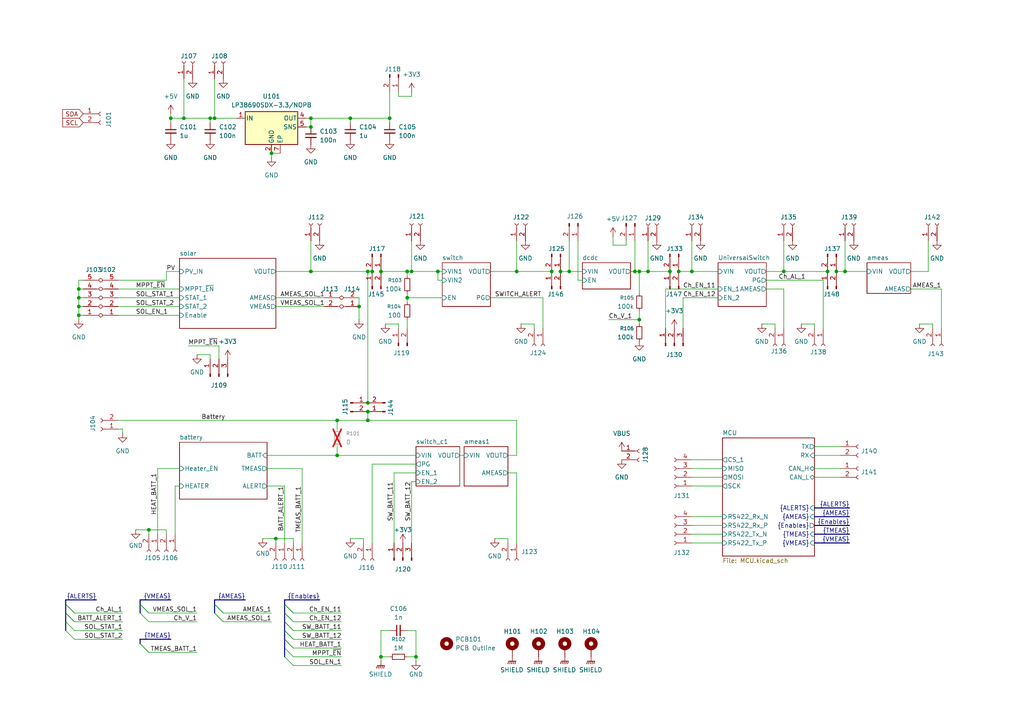
<source format=kicad_sch>
(kicad_sch (version 20250114) (generator "eeschema") (generator_version "9.0")
  (paper "A4")
  (bus_alias "ALERTS" (members "Ch_AL_[1..10]" "BATT_ALERT_[1..2]" "SOL_STAT_[1..2]"))
  (bus_alias "AMEAS" (members "AMEAS_SOL_[1..6]" "AMEAS_BATT_[1..2]" "AMEAS_5V_[1..2]" "AMEAS_BATT" "AMEAS_BUS" "AMEAS_[1..10]"))
  (bus_alias "Channels" (members "Channel_5V_[1..2]" "Channel_[1..6]" "Channel_12V_[1..2]"))
  (bus_alias "Enables" (members "SW_BATT" "SW_BUS" "Ch_EN_[1..2]" "Ch_EN_1[1..2]" "Ch_EN_2[1..2]" "Ch_EN_3[1..2]" "Ch_EN_4[1..2]" "Ch_EN_5[1..2]" "Ch_EN_6[1..2]" "Ch_EN_7x" "HEAT_BATT_[1..2]" "Ch_12V_EN_2[1..2]" "SW_BATT_1[1..2]" "SOL_TGGL_[1..3]" "SW_BATT_2[1..2]" "Ch_EN_8x" "Ch_EN_9[1..2]" "Ch_EN_10[1..2]" "MPPT_~{EN}" "SOL_EN_[1..6]"))
  (bus_alias "TMEAS" (members "TMEAS_SOL_[1..6]" "TMEAS_BATT_[1..2]" "TMEAS_Chr_[1..2]"))
  (bus_alias "VMEAS" (members "VMEAS_SOL_[1..6]" "VMEAS_BATT_[1..2]" "Ch_V_[1..8]"))
  (junction (at 97.79 121.92))
  (junction (at 90.17 78.74))
  (junction (at 90.17 34.29))
  (junction (at 185.42 78.74))
  (junction (at 160.02 78.74))
  (junction (at 240.03 78.74))
  (junction (at 149.86 78.74))
  (junction (at 22.86 91.44))
  (junction (at 185.42 92.71))
  (junction (at 107.95 78.74))
  (junction (at 119.38 78.74))
  (junction (at 184.15 78.74))
  (junction (at 60.96 34.29))
  (junction (at 245.11 78.74))
  (junction (at 22.86 88.9))
  (junction (at 196.85 78.74))
  (junction (at 118.11 78.74))
  (junction (at 227.33 78.74))
  (junction (at 194.31 78.74))
  (junction (at 106.68 78.74))
  (junction (at 80.01 156.21))
  (junction (at 22.86 83.82))
  (junction (at 53.34 34.29))
  (junction (at 165.1 78.74))
  (junction (at 78.74 44.45))
  (junction (at 106.68 121.92))
  (junction (at 162.56 78.74))
  (junction (at 90.17 36.83))
  (junction (at 200.66 78.74))
  (junction (at 110.49 78.74))
  (junction (at 120.65 190.5))
  (junction (at 187.96 78.74))
  (junction (at 110.49 190.5))
  (junction (at 101.6 34.29))
  (junction (at 106.68 116.84))
  (junction (at 104.14 88.9))
  (junction (at 118.11 86.36))
  (junction (at 43.18 153.67))
  (junction (at 106.68 119.38))
  (junction (at 62.23 34.29))
  (junction (at 113.03 34.29))
  (junction (at 242.57 78.74))
  (junction (at 127 78.74))
  (junction (at 22.86 86.36))
  (junction (at 49.53 34.29))
  (junction (at 97.79 132.08))
  (bus_entry (at 19.05 182.88) (size 2.54 2.54))
  (bus_entry (at 62.23 177.8) (size 2.54 2.54))
  (bus_entry (at 40.64 175.26) (size 2.54 2.54))
  (bus_entry (at 82.55 182.88) (size 2.54 2.54))
  (bus_entry (at 82.55 180.34) (size 2.54 2.54))
  (bus_entry (at 82.55 177.8) (size 2.54 2.54))
  (bus_entry (at 62.23 175.26) (size 2.54 2.54))
  (bus_entry (at 19.05 175.26) (size 2.54 2.54))
  (bus_entry (at 82.55 180.34) (size 2.54 2.54))
  (bus_entry (at 19.05 180.34) (size 2.54 2.54))
  (bus_entry (at 62.23 175.26) (size 2.54 2.54))
  (bus_entry (at 40.64 186.69) (size 2.54 2.54))
  (bus_entry (at 82.55 177.8) (size 2.54 2.54))
  (bus_entry (at 40.64 177.8) (size 2.54 2.54))
  (bus_entry (at 62.23 177.8) (size 2.54 2.54))
  (bus_entry (at 82.55 175.26) (size 2.54 2.54))
  (bus_entry (at 40.64 186.69) (size 2.54 2.54))
  (bus_entry (at 19.05 177.8) (size 2.54 2.54))
  (bus_entry (at 82.55 187.96) (size 2.54 2.54))
  (bus_entry (at 82.55 185.42) (size 2.54 2.54))
  (bus_entry (at 82.55 182.88) (size 2.54 2.54))
  (bus_entry (at 82.55 185.42) (size 2.54 2.54))
  (bus_entry (at 40.64 175.26) (size 2.54 2.54))
  (bus_entry (at 82.55 190.5) (size 2.54 2.54))
  (bus_entry (at 82.55 175.26) (size 2.54 2.54))
  (bus_entry (at 19.05 177.8) (size 2.54 2.54))
  (bus_entry (at 19.05 175.26) (size 2.54 2.54))
  (wire (pts (xy 220.98 93.98) (xy 224.79 93.98)))
  (wire (pts (xy 236.22 93.98) (xy 236.22 95.25)))
  (wire (pts (xy 22.86 83.82) (xy 22.86 81.28)))
  (wire (pts (xy 90.17 69.85) (xy 90.17 78.74)))
  (wire (pts (xy 270.51 93.98) (xy 270.51 95.25)))
  (wire (pts (xy 49.53 33.02) (xy 49.53 34.29)))
  (wire (pts (xy 34.29 121.92) (xy 97.79 121.92)))
  (wire (pts (xy 78.74 45.72) (xy 78.74 44.45)))
  (wire (pts (xy 22.86 88.9) (xy 24.13 88.9)))
  (wire (pts (xy 50.8 140.97) (xy 52.07 140.97)))
  (wire (pts (xy 227.33 83.82) (xy 227.33 95.25)))
  (wire (pts (xy 54.61 100.33) (xy 63.5 100.33)))
  (wire (pts (xy 22.86 88.9) (xy 22.86 86.36)))
  (wire (pts (xy 142.24 78.74) (xy 149.86 78.74)))
  (wire (pts (xy 88.9 34.29) (xy 90.17 34.29)))
  (wire (pts (xy 118.11 182.88) (xy 120.65 182.88)))
  (bus (pts (xy 19.05 180.34) (xy 19.05 182.88)))
  (bus (pts (xy 49.53 173.99) (xy 40.64 173.99)))
  (wire (pts (xy 118.11 190.5) (xy 120.65 190.5)))
  (wire (pts (xy 236.22 129.54) (xy 243.84 129.54)))
  (wire (pts (xy 167.64 69.85) (xy 167.64 81.28)))
  (wire (pts (xy 101.6 156.21) (xy 105.41 156.21)))
  (wire (pts (xy 187.96 78.74) (xy 194.31 78.74)))
  (wire (pts (xy 165.1 69.85) (xy 165.1 78.74)))
  (wire (pts (xy 97.79 129.54) (xy 97.79 132.08)))
  (wire (pts (xy 48.26 153.67) (xy 43.18 153.67)))
  (wire (pts (xy 113.03 26.67) (xy 113.03 34.29)))
  (wire (pts (xy 157.48 86.36) (xy 157.48 95.25)))
  (wire (pts (xy 185.42 85.09) (xy 185.42 78.74)))
  (bus (pts (xy 40.64 185.42) (xy 40.64 186.69)))
  (wire (pts (xy 200.66 138.43) (xy 209.55 138.43)))
  (wire (pts (xy 22.86 92.71) (xy 22.86 91.44)))
  (wire (pts (xy 48.26 154.94) (xy 48.26 153.67)))
  (wire (pts (xy 53.34 34.29) (xy 60.96 34.29)))
  (wire (pts (xy 34.29 81.28) (xy 48.26 81.28)))
  (bus (pts (xy 40.64 173.99) (xy 40.64 175.26)))
  (wire (pts (xy 154.94 93.98) (xy 154.94 95.25)))
  (wire (pts (xy 106.68 78.74) (xy 107.95 78.74)))
  (wire (pts (xy 222.25 81.28) (xy 238.76 81.28)))
  (wire (pts (xy 187.96 69.85) (xy 187.96 78.74)))
  (wire (pts (xy 200.66 157.48) (xy 209.55 157.48)))
  (wire (pts (xy 97.79 132.08) (xy 120.65 132.08)))
  (wire (pts (xy 269.24 69.85) (xy 269.24 78.74)))
  (wire (pts (xy 21.59 185.42) (xy 35.56 185.42)))
  (wire (pts (xy 85.09 156.21) (xy 85.09 157.48)))
  (wire (pts (xy 196.85 78.74) (xy 200.66 78.74)))
  (wire (pts (xy 162.56 78.74) (xy 165.1 78.74)))
  (wire (pts (xy 60.96 35.56) (xy 60.96 34.29)))
  (wire (pts (xy 87.63 135.89) (xy 87.63 157.48)))
  (wire (pts (xy 200.66 133.35) (xy 209.55 133.35)))
  (wire (pts (xy 97.79 121.92) (xy 106.68 121.92)))
  (wire (pts (xy 151.13 93.98) (xy 154.94 93.98)))
  (wire (pts (xy 185.42 92.71) (xy 185.42 90.17)))
  (wire (pts (xy 62.23 34.29) (xy 60.96 34.29)))
  (wire (pts (xy 22.86 83.82) (xy 24.13 83.82)))
  (wire (pts (xy 222.25 83.82) (xy 227.33 83.82)))
  (wire (pts (xy 77.47 132.08) (xy 97.79 132.08)))
  (wire (pts (xy 143.51 156.21) (xy 147.32 156.21)))
  (wire (pts (xy 119.38 78.74) (xy 127 78.74)))
  (wire (pts (xy 82.55 140.97) (xy 82.55 157.48)))
  (wire (pts (xy 118.11 86.36) (xy 128.27 86.36)))
  (wire (pts (xy 200.66 135.89) (xy 209.55 135.89)))
  (wire (pts (xy 184.15 69.85) (xy 184.15 78.74)))
  (wire (pts (xy 43.18 177.8) (xy 57.15 177.8)))
  (wire (pts (xy 147.32 132.08) (xy 149.86 132.08)))
  (wire (pts (xy 177.8 71.12) (xy 181.61 71.12)))
  (wire (pts (xy 62.23 22.86) (xy 62.23 34.29)))
  (wire (pts (xy 22.86 91.44) (xy 24.13 91.44)))
  (wire (pts (xy 165.1 78.74) (xy 168.91 78.74)))
  (wire (pts (xy 115.57 93.98) (xy 115.57 95.25)))
  (wire (pts (xy 80.01 86.36) (xy 93.98 86.36)))
  (wire (pts (xy 43.18 180.34) (xy 57.15 180.34)))
  (wire (pts (xy 43.18 189.23) (xy 57.15 189.23)))
  (bus (pts (xy 82.55 180.34) (xy 82.55 182.88)))
  (wire (pts (xy 222.25 78.74) (xy 227.33 78.74)))
  (wire (pts (xy 48.26 81.28) (xy 48.26 78.74)))
  (wire (pts (xy 34.29 88.9) (xy 52.07 88.9)))
  (wire (pts (xy 185.42 78.74) (xy 187.96 78.74)))
  (wire (pts (xy 200.66 149.86) (xy 209.55 149.86)))
  (wire (pts (xy 106.68 119.38) (xy 106.68 121.92)))
  (wire (pts (xy 35.56 125.73) (xy 35.56 124.46)))
  (wire (pts (xy 133.35 132.08) (xy 134.62 132.08)))
  (wire (pts (xy 114.3 137.16) (xy 114.3 157.48)))
  (bus (pts (xy 62.23 173.99) (xy 62.23 175.26)))
  (wire (pts (xy 90.17 36.83) (xy 88.9 36.83)))
  (wire (pts (xy 177.8 68.58) (xy 177.8 71.12)))
  (wire (pts (xy 147.32 137.16) (xy 149.86 137.16)))
  (wire (pts (xy 227.33 69.85) (xy 227.33 78.74)))
  (wire (pts (xy 200.66 78.74) (xy 208.28 78.74)))
  (bus (pts (xy 40.64 175.26) (xy 40.64 177.8)))
  (wire (pts (xy 80.01 88.9) (xy 93.98 88.9)))
  (wire (pts (xy 147.32 156.21) (xy 147.32 157.48)))
  (wire (pts (xy 77.47 135.89) (xy 87.63 135.89)))
  (wire (pts (xy 64.77 177.8) (xy 78.74 177.8)))
  (wire (pts (xy 106.68 121.92) (xy 149.86 121.92)))
  (wire (pts (xy 149.86 69.85) (xy 149.86 78.74)))
  (bus (pts (xy 82.55 173.99) (xy 92.71 173.99)))
  (wire (pts (xy 238.76 81.28) (xy 238.76 95.25)))
  (wire (pts (xy 49.53 34.29) (xy 53.34 34.29)))
  (wire (pts (xy 106.68 78.74) (xy 106.68 116.84)))
  (wire (pts (xy 269.24 78.74) (xy 264.16 78.74)))
  (wire (pts (xy 119.38 27.94) (xy 115.57 27.94)))
  (wire (pts (xy 49.53 35.56) (xy 49.53 34.29)))
  (wire (pts (xy 200.66 154.94) (xy 209.55 154.94)))
  (bus (pts (xy 82.55 185.42) (xy 82.55 187.96)))
  (wire (pts (xy 110.49 78.74) (xy 118.11 78.74)))
  (wire (pts (xy 43.18 153.67) (xy 43.18 154.94)))
  (wire (pts (xy 149.86 78.74) (xy 160.02 78.74)))
  (bus (pts (xy 19.05 175.26) (xy 19.05 177.8)))
  (wire (pts (xy 113.03 35.56) (xy 113.03 34.29)))
  (wire (pts (xy 85.09 185.42) (xy 99.06 185.42)))
  (wire (pts (xy 34.29 83.82) (xy 52.07 83.82)))
  (wire (pts (xy 22.86 91.44) (xy 22.86 88.9)))
  (wire (pts (xy 118.11 87.63) (xy 118.11 86.36)))
  (wire (pts (xy 193.04 83.82) (xy 208.28 83.82)))
  (wire (pts (xy 34.29 91.44) (xy 52.07 91.44)))
  (wire (pts (xy 266.7 93.98) (xy 270.51 93.98)))
  (wire (pts (xy 85.09 193.04) (xy 99.06 193.04)))
  (wire (pts (xy 273.05 83.82) (xy 273.05 95.25)))
  (wire (pts (xy 111.76 93.98) (xy 115.57 93.98)))
  (wire (pts (xy 198.12 86.36) (xy 198.12 95.25)))
  (wire (pts (xy 113.03 34.29) (xy 101.6 34.29)))
  (bus (pts (xy 82.55 177.8) (xy 82.55 180.34)))
  (wire (pts (xy 118.11 80.01) (xy 118.11 78.74)))
  (wire (pts (xy 53.34 22.86) (xy 53.34 34.29)))
  (wire (pts (xy 110.49 190.5) (xy 110.49 191.77)))
  (wire (pts (xy 107.95 134.62) (xy 107.95 157.48)))
  (wire (pts (xy 63.5 100.33) (xy 63.5 104.14)))
  (wire (pts (xy 185.42 93.98) (xy 185.42 92.71)))
  (wire (pts (xy 85.09 177.8) (xy 99.06 177.8)))
  (wire (pts (xy 97.79 121.92) (xy 97.79 124.46)))
  (bus (pts (xy 62.23 175.26) (xy 62.23 177.8)))
  (bus (pts (xy 236.22 157.48) (xy 246.38 157.48)))
  (bus (pts (xy 82.55 182.88) (xy 82.55 185.42)))
  (wire (pts (xy 198.12 86.36) (xy 208.28 86.36)))
  (wire (pts (xy 245.11 69.85) (xy 245.11 78.74)))
  (wire (pts (xy 115.57 27.94) (xy 115.57 26.67)))
  (wire (pts (xy 104.14 88.9) (xy 104.14 92.71)))
  (wire (pts (xy 90.17 34.29) (xy 90.17 36.83)))
  (wire (pts (xy 184.15 78.74) (xy 185.42 78.74)))
  (wire (pts (xy 236.22 138.43) (xy 243.84 138.43)))
  (wire (pts (xy 245.11 78.74) (xy 251.46 78.74)))
  (bus (pts (xy 62.23 173.99) (xy 71.12 173.99)))
  (wire (pts (xy 21.59 182.88) (xy 35.56 182.88)))
  (wire (pts (xy 90.17 34.29) (xy 101.6 34.29)))
  (wire (pts (xy 21.59 180.34) (xy 35.56 180.34)))
  (wire (pts (xy 85.09 187.96) (xy 99.06 187.96)))
  (wire (pts (xy 104.14 86.36) (xy 104.14 88.9)))
  (wire (pts (xy 85.09 156.21) (xy 80.01 156.21)))
  (wire (pts (xy 107.95 134.62) (xy 120.65 134.62)))
  (bus (pts (xy 236.22 154.94) (xy 246.38 154.94)))
  (wire (pts (xy 22.86 86.36) (xy 22.86 83.82)))
  (wire (pts (xy 22.86 86.36) (xy 24.13 86.36)))
  (wire (pts (xy 224.79 93.98) (xy 224.79 95.25)))
  (bus (pts (xy 19.05 177.8) (xy 19.05 180.34)))
  (wire (pts (xy 119.38 139.7) (xy 120.65 139.7)))
  (wire (pts (xy 149.86 121.92) (xy 149.86 132.08)))
  (wire (pts (xy 182.88 78.74) (xy 184.15 78.74)))
  (wire (pts (xy 118.11 92.71) (xy 118.11 95.25)))
  (wire (pts (xy 34.29 86.36) (xy 52.07 86.36)))
  (wire (pts (xy 114.3 137.16) (xy 120.65 137.16)))
  (wire (pts (xy 227.33 78.74) (xy 240.03 78.74)))
  (bus (pts (xy 82.55 187.96) (xy 82.55 190.5)))
  (bus (pts (xy 236.22 152.4) (xy 246.38 152.4)))
  (wire (pts (xy 85.09 182.88) (xy 99.06 182.88)))
  (wire (pts (xy 80.01 78.74) (xy 90.17 78.74)))
  (bus (pts (xy 19.05 173.99) (xy 19.05 175.26)))
  (wire (pts (xy 242.57 78.74) (xy 245.11 78.74)))
  (wire (pts (xy 64.77 180.34) (xy 78.74 180.34)))
  (wire (pts (xy 119.38 27.94) (xy 119.38 26.67)))
  (wire (pts (xy 78.74 44.45) (xy 81.28 44.45)))
  (wire (pts (xy 149.86 137.16) (xy 149.86 157.48)))
  (wire (pts (xy 232.41 93.98) (xy 236.22 93.98)))
  (wire (pts (xy 101.6 35.56) (xy 101.6 34.29)))
  (wire (pts (xy 120.65 190.5) (xy 120.65 191.77)))
  (wire (pts (xy 236.22 132.08) (xy 243.84 132.08)))
  (bus (pts (xy 82.55 175.26) (xy 82.55 177.8)))
  (wire (pts (xy 80.01 156.21) (xy 80.01 157.48)))
  (wire (pts (xy 21.59 177.8) (xy 35.56 177.8)))
  (wire (pts (xy 60.96 102.87) (xy 60.96 104.14)))
  (wire (pts (xy 22.86 81.28) (xy 24.13 81.28)))
  (wire (pts (xy 193.04 83.82) (xy 193.04 95.25)))
  (wire (pts (xy 45.72 135.89) (xy 45.72 154.94)))
  (bus (pts (xy 40.64 185.42) (xy 49.53 185.42)))
  (wire (pts (xy 273.05 83.82) (xy 264.16 83.82)))
  (wire (pts (xy 119.38 139.7) (xy 119.38 157.48)))
  (wire (pts (xy 200.66 152.4) (xy 209.55 152.4)))
  (wire (pts (xy 236.22 135.89) (xy 243.84 135.89)))
  (wire (pts (xy 200.66 140.97) (xy 209.55 140.97)))
  (wire (pts (xy 127 81.28) (xy 128.27 81.28)))
  (wire (pts (xy 90.17 78.74) (xy 106.68 78.74)))
  (wire (pts (xy 50.8 140.97) (xy 50.8 154.94)))
  (wire (pts (xy 119.38 78.74) (xy 118.11 78.74)))
  (wire (pts (xy 35.56 124.46) (xy 34.29 124.46)))
  (wire (pts (xy 85.09 190.5) (xy 99.06 190.5)))
  (wire (pts (xy 176.53 92.71) (xy 185.42 92.71)))
  (bus (pts (xy 236.22 149.86) (xy 246.38 149.86)))
  (wire (pts (xy 45.72 135.89) (xy 52.07 135.89)))
  (wire (pts (xy 62.23 34.29) (xy 68.58 34.29)))
  (bus (pts (xy 82.55 173.99) (xy 82.55 175.26)))
  (bus (pts (xy 236.22 147.32) (xy 246.38 147.32)))
  (wire (pts (xy 113.03 182.88) (xy 110.49 182.88)))
  (wire (pts (xy 48.26 78.74) (xy 52.07 78.74)))
  (wire (pts (xy 77.47 140.97) (xy 82.55 140.97)))
  (wire (pts (xy 167.64 81.28) (xy 168.91 81.28)))
  (wire (pts (xy 85.09 180.34) (xy 99.06 180.34)))
  (wire (pts (xy 76.2 156.21) (xy 80.01 156.21)))
  (bus (pts (xy 19.05 173.99) (xy 27.94 173.99)))
  (wire (pts (xy 120.65 182.88) (xy 120.65 190.5)))
  (wire (pts (xy 113.03 190.5) (xy 110.49 190.5)))
  (wire (pts (xy 119.38 69.85) (xy 119.38 78.74)))
  (wire (pts (xy 118.11 85.09) (xy 118.11 86.36)))
  (wire (pts (xy 127 78.74) (xy 128.27 78.74)))
  (wire (pts (xy 39.37 153.67) (xy 43.18 153.67)))
  (wire (pts (xy 142.24 86.36) (xy 157.48 86.36)))
  (wire (pts (xy 105.41 156.21) (xy 105.41 157.48)))
  (wire (pts (xy 127 78.74) (xy 127 81.28)))
  (wire (pts (xy 57.15 102.87) (xy 60.96 102.87)))
  (wire (pts (xy 200.66 69.85) (xy 200.66 78.74)))
  (wire (pts (xy 110.49 182.88) (xy 110.49 190.5)))
  (wire (pts (xy 181.61 69.85) (xy 181.61 71.12)))
  (label "SOL_EN_1" (at 99.06 193.04 180))
  (label "Ch_V_1" (at 176.53 92.71 0))
  (label "SWITCH_ALERT" (at 143.51 86.36 0))
  (label "{VMEAS}" (at 246.38 157.48 180))
  (label "SOL_STAT_2" (at 35.56 185.42 180))
  (label "Ch_EN_11" (at 198.12 83.82 0))
  (label "SW_BATT_12" (at 119.38 139.7 270))
  (label "TMEAS_BATT_1" (at 87.63 140.97 270))
  (label "SW_BATT_11" (at 114.3 139.7 270))
  (label "{TMEAS}" (at 246.38 154.94 180))
  (label "SOL_EN_1" (at 39.37 91.44 0))
  (label "{Enables}" (at 92.71 173.99 180))
  (label "{ALERTS}" (at 27.94 173.99 180))
  (label "Ch_EN_12" (at 198.12 86.36 0))
  (label "VMEAS_SOL_1" (at 57.15 177.8 180))
  (label "Ch_EN_12" (at 99.06 180.34 180))
  (label "SW_BATT_12" (at 99.06 185.42 180))
  (label "AMEAS_1" (at 273.05 83.82 180))
  (label "Ch_AL_1" (at 233.68 81.28 180))
  (label "SW_BATT_11" (at 99.06 182.88 180))
  (label "{AMEAS}" (at 71.12 173.99 180))
  (label "VMEAS_SOL_1" (at 81.28 88.9 0))
  (label "Ch_V_1" (at 57.15 180.34 180))
  (label "{Enables}" (at 246.38 152.4 180))
  (label "Ch_EN_11" (at 99.06 177.8 180))
  (label "AMEAS_SOL_1" (at 81.28 86.36 0))
  (label "{TMEAS}" (at 49.53 185.42 180))
  (label "SOL_STAT_1" (at 35.56 182.88 180))
  (label "AMEAS_1" (at 78.74 177.8 180))
  (label "BATT_ALERT_1" (at 35.56 180.34 180))
  (label "BATT_ALERT_1" (at 82.55 140.97 270))
  (label "MPPT_~{EN}" (at 39.37 83.82 0))
  (label "AMEAS_SOL_1" (at 78.74 180.34 180))
  (label "HEAT_BATT_1" (at 99.06 187.96 180))
  (label "{ALERTS}" (at 246.38 147.32 180))
  (label "{VMEAS}" (at 49.53 173.99 180))
  (label "Ch_AL_1" (at 35.56 177.8 180))
  (label "{AMEAS}" (at 246.38 149.86 180))
  (label "MPPT_~{EN}" (at 54.61 100.33 0))
  (label "Battery" (at 58.42 121.92 0))
  (label "PV" (at 48.26 78.74 0))
  (label "TMEAS_BATT_1" (at 57.15 189.23 180))
  (label "MPPT_~{EN}" (at 99.06 190.5 180))
  (label "HEAT_BATT_1" (at 45.72 137.16 270))
  (label "SOL_STAT_1" (at 39.37 86.36 0))
  (label "SOL_STAT_2" (at 39.37 88.9 0))
  (global_label "SDA" (shape input) (at 24.13 33.02 180) (property "Intersheetrefs" "${INTERSHEET_REFS}" (effects (hide yes))) (property "Netclass" "I2C" (effects (hide yes))))
  (global_label "SCL" (shape input) (at 24.13 35.56 180) (property "Intersheetrefs" "${INTERSHEET_REFS}" (effects (hide yes))) (property "Netclass" "I2C" (effects (hide yes))))
  (symbol (lib_id "Connector:Conn_01x02_Pin") (at 107.95 83.82 90) (unit 1)
    (property "Reference" "J145" (at 111.506 85.344 90) (effects (justify left)))
    (property "Value" "Conn_01x02_Pin" (effects (hide yes)))
    (property "Footprint" "Connector_PinHeader_2.54mm:PinHeader_1x02_P2.54mm_Vertical" (effects (hide yes)))
    (property "Description" "Generic connector, single row, 01x02, script generated" (effects (hide yes)))
  )
  (symbol (lib_id "Device:R_Small") (at 97.79 127 0) (unit 1) (dnp yes)
    (property "Reference" "R101" (at 100.33 125.7299 0) (effects (font (size 1.016 1.016)) (justify left)))
    (property "Value" "0" (at 100.33 128.2699 0) (effects (justify left)))
    (property "Footprint" "Resistor_SMD:R_1210_3225Metric_Pad1.30x2.65mm_HandSolder" (effects (hide yes)))
    (property "Description" "Resistor, small symbol" (effects (hide yes)))
  )
  (symbol (lib_id "Connector:Conn_01x02_Pin") (at 167.64 64.77 270) (unit 1)
    (property "Reference" "J126" (at 164.338 62.738 90) (effects (justify left)))
    (property "Value" "Conn_01x02_Pin" (effects (hide yes)))
    (property "Footprint" "Connector_PinHeader_2.54mm:PinHeader_1x02_P2.54mm_Vertical" (effects (hide yes)))
    (property "Description" "Generic connector, single row, 01x02, script generated" (effects (hide yes)))
  )
  (symbol (lib_id "Connector:Conn_01x02_Pin") (at 194.31 83.82 90) (unit 1)
    (property "Reference" "J147" (at 197.866 85.344 90) (effects (justify left)))
    (property "Value" "Conn_01x02_Pin" (effects (hide yes)))
    (property "Footprint" "Connector_PinHeader_2.54mm:PinHeader_1x02_P2.54mm_Vertical" (effects (hide yes)))
    (property "Description" "Generic connector, single row, 01x02, script generated" (effects (hide yes)))
  )
  (symbol (lib_id "power:GND") (at 220.98 93.98 0) (unit 1)
    (property "Reference" "#PWR0139" (effects (hide yes)))
    (property "Value" "GND" (at 220.98 99.06 0))
    (property "Description" "Power symbol creates a global label with name \"GND\" , ground" (effects (hide yes)))
  )
  (symbol (lib_id "Mechanical:MountingHole_Pad") (at 156.21 187.96 0) (unit 1) (in_bom no)
    (property "Reference" "H102" (at 153.67 183.134 0) (effects (justify left)))
    (property "Value" "MountingHole" (effects (hide yes)))
    (property "Footprint" "MountingHole:MountingHole_3.2mm_M3_Pad_TopBottom" (effects (hide yes)))
    (property "Description" "Mounting Hole with connection" (effects (hide yes)))
  )
  (symbol (lib_id "Connector:Conn_01x02_Socket") (at 45.72 160.02 270) (unit 1)
    (property "Reference" "J105" (at 44.196 161.798 90))
    (property "Value" "Conn_01x02_Socket" (effects (hide yes)))
    (property "Footprint" "Connector_PinSocket_2.54mm:PinSocket_1x02_P2.54mm_Vertical" (effects (hide yes)))
    (property "Description" "Generic connector, single row, 01x02, script generated" (effects (hide yes)))
  )
  (symbol (lib_id "Connector:Conn_01x02_Socket") (at 149.86 64.77 90) (unit 1)
    (property "Reference" "J122" (at 151.13 62.992 90))
    (property "Value" "Conn_01x02_Socket" (effects (hide yes)))
    (property "Footprint" "Connector_PinSocket_2.54mm:PinSocket_1x02_P2.54mm_Vertical" (effects (hide yes)))
    (property "Description" "Generic connector, single row, 01x02, script generated" (effects (hide yes)))
  )
  (symbol (lib_id "power:GND") (at 55.88 22.86 0) (unit 1)
    (property "Reference" "#PWR0106" (effects (hide yes)))
    (property "Value" "GND" (at 55.88 27.94 0))
    (property "Description" "Power symbol creates a global label with name \"GND\" , ground" (effects (hide yes)))
  )
  (symbol (lib_id "Connector:Conn_01x02_Socket") (at 99.06 88.9 180) (unit 1)
    (property "Reference" "J114" (at 102.108 83.82 0))
    (property "Value" "Conn_01x02_Socket" (effects (hide yes)))
    (property "Footprint" "Connector_PinSocket_2.54mm:PinSocket_1x02_P2.54mm_Vertical" (effects (hide yes)))
    (property "Description" "Generic connector, single row, 01x02, script generated" (effects (hide yes)))
  )
  (symbol (lib_id "Connector:Conn_01x02_Socket") (at 187.96 64.77 90) (unit 1)
    (property "Reference" "J129" (at 191.77 63.246 90) (effects (justify left)))
    (property "Value" "Conn_01x02_Socket" (effects (hide yes)))
    (property "Footprint" "Connector_PinSocket_2.54mm:PinSocket_1x02_P2.54mm_Vertical" (effects (hide yes)))
    (property "Description" "Generic connector, single row, 01x02, script generated" (effects (hide yes)))
  )
  (symbol (lib_id "Connector:Conn_01x04_Socket") (at 195.58 138.43 180) (unit 1)
    (property "Reference" "J131" (at 200.152 143.764 0) (effects (justify left)))
    (property "Value" "Conn_01x04_Socket" (effects (hide yes)))
    (property "Footprint" "Connector_PinSocket_2.54mm:PinSocket_1x04_P2.54mm_Vertical" (effects (hide yes)))
    (property "Description" "Generic connector, single row, 01x04, script generated" (effects (hide yes)))
  )
  (symbol (lib_id "Connector:Conn_01x02_Pin") (at 196.85 73.66 270) (unit 1)
    (property "Reference" "J133" (at 193.294 72.136 90) (effects (justify left)))
    (property "Value" "Conn_01x02_Pin" (effects (hide yes)))
    (property "Footprint" "Connector_PinHeader_2.54mm:PinHeader_1x02_P2.54mm_Vertical" (effects (hide yes)))
    (property "Description" "Generic connector, single row, 01x02, script generated" (effects (hide yes)))
  )
  (symbol (lib_id "Connector:Conn_01x04_Socket") (at 195.58 154.94 180) (unit 1)
    (property "Reference" "J132" (at 200.152 160.274 0) (effects (justify left)))
    (property "Value" "Conn_01x04_Socket" (effects (hide yes)))
    (property "Footprint" "Connector_PinSocket_2.54mm:PinSocket_1x04_P2.54mm_Vertical" (effects (hide yes)))
    (property "Description" "Generic connector, single row, 01x04, script generated" (effects (hide yes)))
  )
  (symbol (lib_id "Mechanical:MountingHole_Pad") (at 171.45 187.96 0) (unit 1) (in_bom no)
    (property "Reference" "H104" (at 168.91 183.134 0) (effects (justify left)))
    (property "Value" "MountingHole" (effects (hide yes)))
    (property "Footprint" "MountingHole:MountingHole_3.2mm_M3_Pad_TopBottom" (effects (hide yes)))
    (property "Description" "Mounting Hole with connection" (effects (hide yes)))
  )
  (symbol (lib_id "Device:C_Small") (at 113.03 38.1 0) (unit 1)
    (property "Reference" "C105" (at 115.57 36.8362 0) (effects (justify left)))
    (property "Value" "100n" (at 115.57 39.3762 0) (effects (justify left)))
    (property "Footprint" "Capacitor_SMD:C_0603_1608Metric_Pad1.08x0.95mm_HandSolder" (effects (hide yes)))
    (property "Description" "Unpolarized capacitor, small symbol" (effects (hide yes)))
  )
  (symbol (lib_id "Connector:Conn_01x02_Socket") (at 29.21 124.46 180) (unit 1)
    (property "Reference" "J104" (at 26.924 120.396 90) (effects (justify left)))
    (property "Value" "Conn_01x02_Socket" (effects (hide yes)))
    (property "Footprint" "Connector_PinSocket_2.54mm:PinSocket_1x02_P2.54mm_Vertical" (effects (hide yes)))
    (property "Description" "Generic connector, single row, 01x02, script generated" (effects (hide yes)))
  )
  (symbol (lib_id "power:GND") (at 64.77 22.86 0) (unit 1)
    (property "Reference" "#PWR0109" (effects (hide yes)))
    (property "Value" "GND" (at 64.77 27.94 0))
    (property "Description" "Power symbol creates a global label with name \"GND\" , ground" (effects (hide yes)))
  )
  (symbol (lib_id "power:+3V3") (at 116.84 157.48 0) (unit 1)
    (property "Reference" "#PWR0121" (effects (hide yes)))
    (property "Value" "+3V3" (at 116.84 153.67 0))
    (property "Description" "Power symbol creates a global label with name \"+3V3\"" (effects (hide yes)))
  )
  (symbol (lib_id "power:GND") (at 120.65 191.77 0) (unit 1)
    (property "Reference" "#PWR0123" (effects (hide yes)))
    (property "Value" "GND" (at 120.65 195.58 0))
    (property "Description" "Power symbol creates a global label with name \"GND\" , ground" (effects (hide yes)))
  )
  (symbol (lib_id "power:GND") (at 113.03 40.64 0) (unit 1)
    (property "Reference" "#PWR0120" (effects (hide yes)))
    (property "Value" "GND" (at 113.03 45.72 0))
    (property "Description" "Power symbol creates a global label with name \"GND\" , ground" (effects (hide yes)))
  )
  (symbol (lib_id "Connector:Conn_01x02_Socket") (at 149.86 162.56 270) (unit 1)
    (property "Reference" "J123" (at 151.13 160.02 90) (effects (justify left)))
    (property "Value" "Conn_01x02_Socket" (effects (hide yes)))
    (property "Footprint" "Connector_PinSocket_2.54mm:PinSocket_1x02_P2.54mm_Vertical" (effects (hide yes)))
    (property "Description" "Generic connector, single row, 01x02, script generated" (effects (hide yes)))
  )
  (symbol (lib_id "Device:R_Small") (at 118.11 90.17 0) (unit 1)
    (property "Reference" "R104" (at 116.332 88.9 0) (effects (font (size 1.016 1.016)) (justify right)))
    (property "Value" "100" (at 116.332 91.44 0) (effects (justify right)))
    (property "Footprint" "Resistor_SMD:R_0603_1608Metric_Pad0.98x0.95mm_HandSolder" (effects (hide yes)))
    (property "Description" "Resistor, small symbol" (effects (hide yes)))
  )
  (symbol (lib_id "Device:R_Small") (at 118.11 82.55 0) (unit 1)
    (property "Reference" "R103" (at 116.586 81.28 0) (effects (font (size 1.016 1.016)) (justify right)))
    (property "Value" "100k" (at 116.586 83.82 0) (effects (justify right)))
    (property "Footprint" "Resistor_SMD:R_0603_1608Metric_Pad0.98x0.95mm_HandSolder" (effects (hide yes)))
    (property "Description" "Resistor, small symbol" (effects (hide yes)))
  )
  (symbol (lib_id "Connector:Conn_01x02_Socket") (at 273.05 100.33 270) (unit 1)
    (property "Reference" "J143" (at 268.986 102.616 90) (effects (justify left)))
    (property "Value" "Conn_01x02_Socket" (effects (hide yes)))
    (property "Footprint" "Connector_PinSocket_2.54mm:PinSocket_1x02_P2.54mm_Vertical" (effects (hide yes)))
    (property "Description" "Generic connector, single row, 01x02, script generated" (effects (hide yes)))
  )
  (symbol (lib_id "power:GND") (at 180.34 133.35 0) (unit 1)
    (property "Reference" "#PWR0134" (effects (hide yes)))
    (property "Value" "GND" (at 180.34 138.43 0))
    (property "Description" "Power symbol creates a global label with name \"GND\" , ground" (effects (hide yes)))
  )
  (symbol (lib_id "power:GND") (at 35.56 125.73 0) (unit 1)
    (property "Reference" "#PWR0102" (effects (hide yes)))
    (property "Value" "GND" (at 35.56 130.81 0))
    (property "Description" "Power symbol creates a global label with name \"GND\" , ground" (effects (hide yes)))
  )
  (symbol (lib_id "Connector:Conn_01x02_Socket") (at 99.06 86.36 0) (unit 1)
    (property "Reference" "J113" (at 95.758 83.82 0))
    (property "Value" "Conn_01x02_Socket" (effects (hide yes)))
    (property "Footprint" "Connector_PinSocket_2.54mm:PinSocket_1x02_P2.54mm_Vertical" (effects (hide yes)))
    (property "Description" "Generic connector, single row, 01x02, script generated" (effects (hide yes)))
  )
  (symbol (lib_id "Connector:Conn_01x02_Socket") (at 245.11 64.77 90) (unit 1)
    (property "Reference" "J139" (at 248.666 62.992 90) (effects (justify left)))
    (property "Value" "Conn_01x02_Socket" (effects (hide yes)))
    (property "Footprint" "Connector_PinSocket_2.54mm:PinSocket_1x02_P2.54mm_Vertical" (effects (hide yes)))
    (property "Description" "Generic connector, single row, 01x02, script generated" (effects (hide yes)))
  )
  (symbol (lib_id "Device:C_Small") (at 90.17 39.37 0) (unit 1)
    (property "Reference" "C103" (at 92.71 38.1062 0) (effects (justify left)))
    (property "Value" "100n" (at 92.71 40.6462 0) (effects (justify left)))
    (property "Footprint" "Capacitor_SMD:C_0603_1608Metric_Pad1.08x0.95mm_HandSolder" (effects (hide yes)))
    (property "Description" "Unpolarized capacitor, small symbol" (effects (hide yes)))
  )
  (symbol (lib_id "Connector:Conn_01x02_Socket") (at 82.55 162.56 270) (unit 1)
    (property "Reference" "J110" (at 81.026 164.338 90))
    (property "Value" "Conn_01x02_Socket" (effects (hide yes)))
    (property "Footprint" "Connector_PinSocket_2.54mm:PinSocket_1x02_P2.54mm_Vertical" (effects (hide yes)))
    (property "Description" "Generic connector, single row, 01x02, script generated" (effects (hide yes)))
  )
  (symbol (lib_id "Connector:Conn_01x02_Socket") (at 90.17 64.77 90) (unit 1)
    (property "Reference" "J112" (at 91.694 62.992 90))
    (property "Value" "Conn_01x02_Socket" (effects (hide yes)))
    (property "Footprint" "Connector_PinSocket_2.54mm:PinSocket_1x02_P2.54mm_Vertical" (effects (hide yes)))
    (property "Description" "Generic connector, single row, 01x02, script generated" (effects (hide yes)))
  )
  (symbol (lib_id "Connector:Conn_01x02_Socket") (at 227.33 64.77 90) (unit 1)
    (property "Reference" "J135" (at 231.14 62.992 90) (effects (justify left)))
    (property "Value" "Conn_01x02_Socket" (effects (hide yes)))
    (property "Footprint" "Connector_PinSocket_2.54mm:PinSocket_1x02_P2.54mm_Vertical" (effects (hide yes)))
    (property "Description" "Generic connector, single row, 01x02, script generated" (effects (hide yes)))
  )
  (symbol (lib_id "power:GND") (at 247.65 69.85 0) (unit 1)
    (property "Reference" "#PWR0142" (effects (hide yes)))
    (property "Value" "GND" (at 247.65 74.93 0))
    (property "Description" "Power symbol creates a global label with name \"GND\" , ground" (effects (hide yes)))
  )
  (symbol (lib_id "Connector:Conn_01x02_Socket") (at 185.42 130.81 0) (unit 1)
    (property "Reference" "J128" (at 187.198 134.366 90) (effects (justify left)))
    (property "Value" "Conn_01x02_Socket" (effects (hide yes)))
    (property "Footprint" "Connector_PinSocket_2.54mm:PinSocket_1x02_P2.54mm_Vertical" (effects (hide yes)))
    (property "Description" "Generic connector, single row, 01x02, script generated" (effects (hide yes)))
  )
  (symbol (lib_id "Connector:Conn_01x02_Socket") (at 157.48 100.33 270) (unit 1)
    (property "Reference" "J124" (at 153.67 102.362 90) (effects (justify left)))
    (property "Value" "Conn_01x02_Socket" (effects (hide yes)))
    (property "Footprint" "Connector_PinSocket_2.54mm:PinSocket_1x02_P2.54mm_Vertical" (effects (hide yes)))
    (property "Description" "Generic connector, single row, 01x02, script generated" (effects (hide yes)))
  )
  (symbol (lib_id "Device:R_Small") (at 115.57 190.5 90) (unit 1)
    (property "Reference" "R102" (at 115.57 185.42 90) (effects (font (size 1.016 1.016))))
    (property "Value" "1M" (at 115.57 187.96 90))
    (property "Footprint" "Resistor_SMD:R_0603_1608Metric_Pad0.98x0.95mm_HandSolder" (effects (hide yes)))
    (property "Description" "Resistor, small symbol" (effects (hide yes)))
  )
  (symbol (lib_id "power:+5V") (at 49.53 33.02 0) (unit 1)
    (property "Reference" "#PWR0104" (effects (hide yes)))
    (property "Value" "+5V" (at 49.53 27.94 0))
    (property "Description" "Power symbol creates a global label with name \"+5V\"" (effects (hide yes)))
  )
  (symbol (lib_id "Regulator_Linear:LP38691SD-3.3") (at 78.74 36.83 0) (unit 1)
    (property "Reference" "U101" (at 78.74 27.94 0))
    (property "Value" "LP38690SDX-3.3/NOPB" (at 78.74 30.48 0))
    (property "Footprint" "Package_SON:WSON-6-1EP_3x3mm_P0.95mm" (effects (hide yes)))
    (property "Datasheet" "https://www.ti.com/lit/ds/symlink/lp38692.pdf?ts=1760601137065&ref_url=https%253A%252F%252Fwww.mouser.co.uk%252F" (effects (hide yes)))
    (property "Description" "500-mA Low-Dropout CMOS Linear Regulators Stable With Ceramic Output Capacitors, 3.3V output voltage, WSON-6" (effects (hide yes)))
  )
  (symbol (lib_id "Device:C_Small") (at 49.53 38.1 0) (unit 1)
    (property "Reference" "C101" (at 52.07 36.8362 0) (effects (justify left)))
    (property "Value" "1u" (at 52.07 39.3762 0) (effects (justify left)))
    (property "Footprint" "Capacitor_SMD:C_0603_1608Metric_Pad1.08x0.95mm_HandSolder" (effects (hide yes)))
    (property "Description" "Unpolarized capacitor, small symbol" (effects (hide yes)))
  )
  (symbol (lib_id "Connector:Conn_01x02_Pin") (at 101.6 116.84 0) (unit 1)
    (property "Reference" "J115" (at 100.076 120.396 90) (effects (justify left)))
    (property "Value" "Conn_01x02_Pin" (effects (hide yes)))
    (property "Footprint" "Connector_PinHeader_2.54mm:PinHeader_1x02_P2.54mm_Vertical" (effects (hide yes)))
    (property "Description" "Generic connector, single row, 01x02, script generated" (effects (hide yes)))
  )
  (symbol (lib_id "power:GNDPWR") (at 156.21 190.5 0) (unit 1)
    (property "Reference" "#PWR0129" (effects (hide yes)))
    (property "Value" "SHIELD" (at 156.083 194.31 0))
    (property "Description" "Power symbol creates a global label with name \"GNDPWR\" , global ground" (effects (hide yes)))
  )
  (symbol (lib_id "power:GND") (at 76.2 156.21 0) (unit 1)
    (property "Reference" "#PWR0111" (effects (hide yes)))
    (property "Value" "GND" (at 74.168 160.528 0) (effects (justify left)))
    (property "Description" "Power symbol creates a global label with name \"GND\" , ground" (effects (hide yes)))
  )
  (symbol (lib_id "Connector:Conn_01x02_Pin") (at 160.02 83.82 90) (unit 1)
    (property "Reference" "J146" (at 163.576 85.344 90) (effects (justify left)))
    (property "Value" "Conn_01x02_Pin" (effects (hide yes)))
    (property "Footprint" "Connector_PinHeader_2.54mm:PinHeader_1x02_P2.54mm_Vertical" (effects (hide yes)))
    (property "Description" "Generic connector, single row, 01x02, script generated" (effects (hide yes)))
  )
  (symbol (lib_id "power:+3V3") (at 119.38 26.67 0) (unit 1)
    (property "Reference" "#PWR0122" (effects (hide yes)))
    (property "Value" "+3V3" (at 119.38 21.59 0))
    (property "Description" "Power symbol creates a global label with name \"+3V3\"" (effects (hide yes)))
  )
  (symbol (lib_id "power:GND") (at 229.87 69.85 0) (unit 1)
    (property "Reference" "#PWR0140" (effects (hide yes)))
    (property "Value" "GND" (at 229.87 74.93 0))
    (property "Description" "Power symbol creates a global label with name \"GND\" , ground" (effects (hide yes)))
  )
  (symbol (lib_id "Connector:Conn_01x02_Socket") (at 53.34 17.78 90) (unit 1)
    (property "Reference" "J107" (at 57.15 16.256 90) (effects (justify left)))
    (property "Value" "Conn_01x02_Socket" (effects (hide yes)))
    (property "Footprint" "Connector_PinSocket_2.54mm:PinSocket_1x02_P2.54mm_Vertical" (effects (hide yes)))
    (property "Description" "Generic connector, single row, 01x02, script generated" (effects (hide yes)))
  )
  (symbol (lib_id "Connector:Conn_01x02_Socket") (at 269.24 64.77 90) (unit 1)
    (property "Reference" "J142" (at 272.796 62.992 90) (effects (justify left)))
    (property "Value" "Conn_01x02_Socket" (effects (hide yes)))
    (property "Footprint" "Connector_PinSocket_2.54mm:PinSocket_1x02_P2.54mm_Vertical" (effects (hide yes)))
    (property "Description" "Generic connector, single row, 01x02, script generated" (effects (hide yes)))
  )
  (symbol (lib_id "Device:C_Small") (at 101.6 38.1 0) (unit 1)
    (property "Reference" "C104" (at 104.14 36.8362 0) (effects (justify left)))
    (property "Value" "1u" (at 104.14 39.3762 0) (effects (justify left)))
    (property "Footprint" "Capacitor_SMD:C_0603_1608Metric_Pad1.08x0.95mm_HandSolder" (effects (hide yes)))
    (property "Description" "Unpolarized capacitor, small symbol" (effects (hide yes)))
  )
  (symbol (lib_id "power:GND") (at 60.96 40.64 0) (unit 1)
    (property "Reference" "#PWR0108" (effects (hide yes)))
    (property "Value" "GND" (at 60.96 45.72 0))
    (property "Description" "Power symbol creates a global label with name \"GND\" , ground" (effects (hide yes)))
  )
  (symbol (lib_id "Connector:Conn_01x02_Socket") (at 62.23 17.78 90) (unit 1)
    (property "Reference" "J108" (at 66.04 16.256 90) (effects (justify left)))
    (property "Value" "Conn_01x02_Socket" (effects (hide yes)))
    (property "Footprint" "Connector_PinSocket_2.54mm:PinSocket_1x02_P2.54mm_Vertical" (effects (hide yes)))
    (property "Description" "Generic connector, single row, 01x02, script generated" (effects (hide yes)))
  )
  (symbol (lib_id "power:GND") (at 271.78 69.85 0) (unit 1)
    (property "Reference" "#PWR0144" (effects (hide yes)))
    (property "Value" "GND" (at 271.78 74.93 0))
    (property "Description" "Power symbol creates a global label with name \"GND\" , ground" (effects (hide yes)))
  )
  (symbol (lib_id "power:GND") (at 232.41 93.98 0) (unit 1)
    (property "Reference" "#PWR0141" (effects (hide yes)))
    (property "Value" "GND" (at 232.41 99.06 0))
    (property "Description" "Power symbol creates a global label with name \"GND\" , ground" (effects (hide yes)))
  )
  (symbol (lib_id "power:GNDPWR") (at 110.49 191.77 0) (unit 1)
    (property "Reference" "#PWR0118" (effects (hide yes)))
    (property "Value" "SHIELD" (at 110.363 195.58 0))
    (property "Description" "Power symbol creates a global label with name \"GNDPWR\" , global ground" (effects (hide yes)))
  )
  (symbol (lib_id "power:GND") (at 39.37 153.67 0) (mirror y) (unit 1)
    (property "Reference" "#PWR0103" (effects (hide yes)))
    (property "Value" "GND" (at 37.338 158.242 0) (effects (justify right)))
    (property "Description" "Power symbol creates a global label with name \"GND\" , ground" (effects (hide yes)))
  )
  (symbol (lib_id "Connector:Conn_01x02_Pin") (at 115.57 21.59 270) (unit 1)
    (property "Reference" "J118" (at 111.506 20.066 90) (effects (justify left)))
    (property "Value" "Conn_01x02_Pin" (effects (hide yes)))
    (property "Footprint" "Connector_PinHeader_2.54mm:PinHeader_1x02_P2.54mm_Vertical" (effects (hide yes)))
    (property "Description" "Generic connector, single row, 01x02, script generated" (effects (hide yes)))
  )
  (symbol (lib_id "Connector:Conn_01x05_Socket") (at 29.21 86.36 180) (unit 1)
    (property "Reference" "J102" (at 31.242 78.232 0))
    (property "Value" "Conn_01x05_Socket" (effects (hide yes)))
    (property "Footprint" "Connector_PinSocket_2.54mm:PinSocket_1x05_P2.54mm_Vertical" (effects (hide yes)))
    (property "Description" "Generic connector, single row, 01x05, script generated" (effects (hide yes)))
  )
  (symbol (lib_id "power:GND") (at 121.92 69.85 0) (unit 1)
    (property "Reference" "#PWR0124" (effects (hide yes)))
    (property "Value" "GND" (at 121.92 74.93 0))
    (property "Description" "Power symbol creates a global label with name \"GND\" , ground" (effects (hide yes)))
  )
  (symbol (lib_id "Connector:Conn_01x02_Socket") (at 248.92 129.54 0) (unit 1)
    (property "Reference" "J140" (at 249.682 130.81 0) (effects (justify left)))
    (property "Value" "Conn_01x02_Socket" (effects (hide yes)))
    (property "Footprint" "Connector_PinSocket_2.54mm:PinSocket_1x02_P2.54mm_Vertical" (effects (hide yes)))
    (property "Description" "Generic connector, single row, 01x02, script generated" (effects (hide yes)))
  )
  (symbol (lib_id "power:GNDPWR") (at 163.83 190.5 0) (unit 1)
    (property "Reference" "#PWR0130" (effects (hide yes)))
    (property "Value" "SHIELD" (at 163.703 194.31 0))
    (property "Description" "Power symbol creates a global label with name \"GNDPWR\" , global ground" (effects (hide yes)))
  )
  (symbol (lib_id "power:GND") (at 57.15 102.87 0) (unit 1)
    (property "Reference" "#PWR0107" (effects (hide yes)))
    (property "Value" "GND" (at 57.15 107.95 0))
    (property "Description" "Power symbol creates a global label with name \"GND\" , ground" (effects (hide yes)))
  )
  (symbol (lib_id "Mechanical:MountingHole") (at 129.54 186.69 0) (unit 1) (in_bom no)
    (property "Reference" "PCB101" (at 132.08 185.4199 0) (effects (justify left)))
    (property "Value" "PCB Outline" (at 132.08 187.9599 0) (effects (justify left)))
    (property "Footprint" "Outlines:SPACEMANIC_V1c" (effects (hide yes)))
    (property "Datasheet" "https://gitlab.com/spacemanic-public/uss-module/-/blob/master/HW/V1c/USS-Module_V1c_draw.pdf?ref_type=heads" (effects (hide yes)))
    (property "Description" "Mounting Hole without connection" (effects (hide yes)))
  )
  (symbol (lib_id "Connector:Conn_01x02_Pin") (at 242.57 73.66 270) (unit 1)
    (property "Reference" "J137" (at 239.014 72.136 90) (effects (justify left)))
    (property "Value" "Conn_01x02_Pin" (effects (hide yes)))
    (property "Footprint" "Connector_PinHeader_2.54mm:PinHeader_1x02_P2.54mm_Vertical" (effects (hide yes)))
    (property "Description" "Generic connector, single row, 01x02, script generated" (effects (hide yes)))
  )
  (symbol (lib_id "Device:C_Small") (at 60.96 38.1 0) (unit 1)
    (property "Reference" "C102" (at 63.5 36.8362 0) (effects (justify left)))
    (property "Value" "100n" (at 63.5 39.3762 0) (effects (justify left)))
    (property "Footprint" "Capacitor_SMD:C_0603_1608Metric_Pad1.08x0.95mm_HandSolder" (effects (hide yes)))
    (property "Description" "Unpolarized capacitor, small symbol" (effects (hide yes)))
  )
  (symbol (lib_id "Device:C_Small") (at 115.57 182.88 90) (unit 1)
    (property "Reference" "C106" (at 115.5763 176.53 90))
    (property "Value" "1n" (at 115.5763 179.07 90))
    (property "Footprint" "Capacitor_SMD:C_0805_2012Metric_Pad1.18x1.45mm_HandSolder" (effects (hide yes)))
    (property "Description" "Unpolarized capacitor, small symbol" (effects (hide yes)))
  )
  (symbol (lib_id "Connector:Conn_01x02_Socket") (at 87.63 162.56 270) (unit 1)
    (property "Reference" "J111" (at 86.106 164.338 90))
    (property "Value" "Conn_01x02_Socket" (effects (hide yes)))
    (property "Footprint" "Connector_PinSocket_2.54mm:PinSocket_1x02_P2.54mm_Vertical" (effects (hide yes)))
    (property "Description" "Generic connector, single row, 01x02, script generated" (effects (hide yes)))
  )
  (symbol (lib_id "power:GND") (at 78.74 45.72 0) (unit 1)
    (property "Reference" "#PWR0112" (effects (hide yes)))
    (property "Value" "GND" (at 78.74 50.8 0))
    (property "Description" "Power symbol creates a global label with name \"GND\" , ground" (effects (hide yes)))
  )
  (symbol (lib_id "power:VBUS") (at 180.34 130.81 0) (unit 1)
    (property "Reference" "#PWR0133" (effects (hide yes)))
    (property "Value" "VBUS" (at 180.34 125.73 0))
    (property "Description" "Power symbol creates a global label with name \"VBUS\"" (effects (hide yes)))
  )
  (symbol (lib_id "Connector:Conn_01x02_Pin") (at 184.15 64.77 270) (unit 1)
    (property "Reference" "J127" (at 180.086 63.246 90) (effects (justify left)))
    (property "Value" "Conn_01x02_Pin" (effects (hide yes)))
    (property "Footprint" "Connector_PinHeader_2.54mm:PinHeader_1x02_P2.54mm_Vertical" (effects (hide yes)))
    (property "Description" "Generic connector, single row, 01x02, script generated" (effects (hide yes)))
  )
  (symbol (lib_id "Connector:Conn_01x02_Socket") (at 248.92 135.89 0) (unit 1)
    (property "Reference" "J141" (at 249.682 136.906 0) (effects (justify left)))
    (property "Value" "Conn_01x02_Socket" (effects (hide yes)))
    (property "Footprint" "Connector_PinSocket_2.54mm:PinSocket_1x02_P2.54mm_Vertical" (effects (hide yes)))
    (property "Description" "Generic connector, single row, 01x02, script generated" (effects (hide yes)))
  )
  (symbol (lib_id "Connector:Conn_01x02_Pin") (at 110.49 73.66 270) (unit 1)
    (property "Reference" "J117" (at 106.934 72.136 90) (effects (justify left)))
    (property "Value" "Conn_01x02_Pin" (effects (hide yes)))
    (property "Footprint" "Connector_PinHeader_2.54mm:PinHeader_1x02_P2.54mm_Vertical" (effects (hide yes)))
    (property "Description" "Generic connector, single row, 01x02, script generated" (effects (hide yes)))
  )
  (symbol (lib_id "Connector:Conn_01x03_Pin") (at 116.84 162.56 90) (unit 1)
    (property "Reference" "J120" (at 116.84 165.1 90))
    (property "Value" "Conn_01x03_Pin" (effects (hide yes)))
    (property "Footprint" "Connector_PinHeader_2.54mm:PinHeader_1x03_P2.54mm_Vertical" (effects (hide yes)))
    (property "Description" "Generic connector, single row, 01x03, script generated" (effects (hide yes)))
  )
  (symbol (lib_id "power:+3V3") (at 66.04 104.14 0) (unit 1)
    (property "Reference" "#PWR0110" (effects (hide yes)))
    (property "Value" "+3V3" (at 66.04 99.06 0))
    (property "Description" "Power symbol creates a global label with name \"+3V3\"" (effects (hide yes)))
  )
  (symbol (lib_id "Connector:Conn_01x02_Socket") (at 227.33 100.33 270) (unit 1)
    (property "Reference" "J136" (at 223.52 101.854 90) (effects (justify left)))
    (property "Value" "Conn_01x02_Socket" (effects (hide yes)))
    (property "Footprint" "Connector_PinSocket_2.54mm:PinSocket_1x02_P2.54mm_Vertical" (effects (hide yes)))
    (property "Description" "Generic connector, single row, 01x02, script generated" (effects (hide yes)))
  )
  (symbol (lib_id "power:GND") (at 111.76 93.98 0) (unit 1)
    (property "Reference" "#PWR0119" (effects (hide yes)))
    (property "Value" "GND" (at 111.76 99.06 0))
    (property "Description" "Power symbol creates a global label with name \"GND\" , ground" (effects (hide yes)))
  )
  (symbol (lib_id "Connector:Conn_01x03_Pin") (at 63.5 109.22 90) (unit 1)
    (property "Reference" "J109" (at 63.5 111.76 90))
    (property "Value" "Conn_01x03_Pin" (effects (hide yes)))
    (property "Footprint" "Connector_PinHeader_2.54mm:PinHeader_1x03_P2.54mm_Vertical" (effects (hide yes)))
    (property "Description" "Generic connector, single row, 01x03, script generated" (effects (hide yes)))
  )
  (symbol (lib_id "Connector:Conn_01x02_Socket") (at 29.21 33.02 0) (unit 1)
    (property "Reference" "J101" (at 31.496 37.084 90) (effects (justify left)))
    (property "Value" "Conn_01x02_Socket" (effects (hide yes)))
    (property "Footprint" "Connector_PinSocket_2.54mm:PinSocket_1x02_P2.54mm_Vertical" (effects (hide yes)))
    (property "Description" "Generic connector, single row, 01x02, script generated" (effects (hide yes)))
  )
  (symbol (lib_id "Connector:Conn_01x02_Pin") (at 240.03 83.82 90) (unit 1)
    (property "Reference" "J148" (at 243.586 85.344 90) (effects (justify left)))
    (property "Value" "Conn_01x02_Pin" (effects (hide yes)))
    (property "Footprint" "Connector_PinHeader_2.54mm:PinHeader_1x02_P2.54mm_Vertical" (effects (hide yes)))
    (property "Description" "Generic connector, single row, 01x02, script generated" (effects (hide yes)))
  )
  (symbol (lib_id "Connector:Conn_01x02_Pin") (at 162.56 73.66 270) (unit 1)
    (property "Reference" "J125" (at 159.004 72.136 90) (effects (justify left)))
    (property "Value" "Conn_01x02_Pin" (effects (hide yes)))
    (property "Footprint" "Connector_PinHeader_2.54mm:PinHeader_1x02_P2.54mm_Vertical" (effects (hide yes)))
    (property "Description" "Generic connector, single row, 01x02, script generated" (effects (hide yes)))
  )
  (symbol (lib_id "Device:R_Small") (at 185.42 87.63 0) (unit 1)
    (property "Reference" "R105" (at 183.896 86.36 0) (effects (font (size 1.016 1.016)) (justify right)))
    (property "Value" "100k" (at 183.896 88.9 0) (effects (justify right)))
    (property "Footprint" "Resistor_SMD:R_0603_1608Metric_Pad0.98x0.95mm_HandSolder" (effects (hide yes)))
    (property "Description" "Resistor, small symbol" (effects (hide yes)))
  )
  (symbol (lib_id "power:GND") (at 152.4 69.85 0) (unit 1)
    (property "Reference" "#PWR0128" (effects (hide yes)))
    (property "Value" "GND" (at 152.4 74.93 0))
    (property "Description" "Power symbol creates a global label with name \"GND\" , ground" (effects (hide yes)))
  )
  (symbol (lib_id "power:GND") (at 185.42 99.06 0) (unit 1)
    (property "Reference" "#PWR0135" (effects (hide yes)))
    (property "Value" "GND" (at 185.42 104.14 0))
    (property "Description" "Power symbol creates a global label with name \"GND\" , ground" (effects (hide yes)))
  )
  (symbol (lib_id "power:GND") (at 101.6 156.21 0) (unit 1)
    (property "Reference" "#PWR0116" (effects (hide yes)))
    (property "Value" "GND" (at 101.6 161.29 0))
    (property "Description" "Power symbol creates a global label with name \"GND\" , ground" (effects (hide yes)))
  )
  (symbol (lib_id "power:GND") (at 90.17 41.91 0) (unit 1)
    (property "Reference" "#PWR0113" (effects (hide yes)))
    (property "Value" "GND" (at 90.17 46.99 0))
    (property "Description" "Power symbol creates a global label with name \"GND\" , ground" (effects (hide yes)))
  )
  (symbol (lib_id "power:GNDPWR") (at 171.45 190.5 0) (unit 1)
    (property "Reference" "#PWR0131" (effects (hide yes)))
    (property "Value" "SHIELD" (at 171.323 194.31 0))
    (property "Description" "Power symbol creates a global label with name \"GNDPWR\" , global ground" (effects (hide yes)))
  )
  (symbol (lib_id "power:GND") (at 151.13 93.98 0) (unit 1)
    (property "Reference" "#PWR0127" (effects (hide yes)))
    (property "Value" "GND" (at 151.13 99.06 0))
    (property "Description" "Power symbol creates a global label with name \"GND\" , ground" (effects (hide yes)))
  )
  (symbol (lib_id "power:GND") (at 104.14 92.71 0) (mirror y) (unit 1)
    (property "Reference" "#PWR0117" (effects (hide yes)))
    (property "Value" "GND" (at 104.14 97.79 0))
    (property "Description" "Power symbol creates a global label with name \"GND\" , ground" (effects (hide yes)))
  )
  (symbol (lib_id "Mechanical:MountingHole_Pad") (at 148.59 187.96 0) (unit 1) (in_bom no)
    (property "Reference" "H101" (at 146.05 183.134 0) (effects (justify left)))
    (property "Value" "MountingHole" (effects (hide yes)))
    (property "Footprint" "MountingHole:MountingHole_3.2mm_M3_Pad_TopBottom" (effects (hide yes)))
    (property "Description" "Mounting Hole with connection" (effects (hide yes)))
  )
  (symbol (lib_id "power:GND") (at 92.71 69.85 0) (unit 1)
    (property "Reference" "#PWR0114" (effects (hide yes)))
    (property "Value" "GND" (at 92.71 74.93 0))
    (property "Description" "Power symbol creates a global label with name \"GND\" , ground" (effects (hide yes)))
  )
  (symbol (lib_id "Connector:Conn_01x02_Pin") (at 111.76 119.38 180) (unit 1)
    (property "Reference" "J144" (at 113.284 115.824 90) (effects (justify left)))
    (property "Value" "Conn_01x02_Pin" (effects (hide yes)))
    (property "Footprint" "Connector_PinHeader_2.54mm:PinHeader_1x02_P2.54mm_Vertical" (effects (hide yes)))
    (property "Description" "Generic connector, single row, 01x02, script generated" (effects (hide yes)))
  )
  (symbol (lib_id "power:+3V3") (at 195.58 95.25 0) (unit 1)
    (property "Reference" "#PWR0137" (effects (hide yes)))
    (property "Value" "+3V3" (at 195.58 90.17 0))
    (property "Description" "Power symbol creates a global label with name \"+3V3\"" (effects (hide yes)))
  )
  (symbol (lib_id "Mechanical:MountingHole_Pad") (at 163.83 187.96 0) (unit 1) (in_bom no)
    (property "Reference" "H103" (at 161.29 183.134 0) (effects (justify left)))
    (property "Value" "MountingHole" (effects (hide yes)))
    (property "Footprint" "MountingHole:MountingHole_3.2mm_M3_Pad_TopBottom" (effects (hide yes)))
    (property "Description" "Mounting Hole with connection" (effects (hide yes)))
  )
  (symbol (lib_id "Connector:Conn_01x02_Socket") (at 50.8 160.02 270) (unit 1)
    (property "Reference" "J106" (at 49.276 161.798 90))
    (property "Value" "Conn_01x02_Socket" (effects (hide yes)))
    (property "Footprint" "Connector_PinSocket_2.54mm:PinSocket_1x02_P2.54mm_Vertical" (effects (hide yes)))
    (property "Description" "Generic connector, single row, 01x02, script generated" (effects (hide yes)))
  )
  (symbol (lib_id "power:GND") (at 203.2 69.85 0) (unit 1)
    (property "Reference" "#PWR0138" (effects (hide yes)))
    (property "Value" "GND" (at 203.2 74.93 0))
    (property "Description" "Power symbol creates a global label with name \"GND\" , ground" (effects (hide yes)))
  )
  (symbol (lib_id "Connector:Conn_01x02_Socket") (at 238.76 100.33 270) (unit 1)
    (property "Reference" "J138" (at 234.95 102.108 90) (effects (justify left)))
    (property "Value" "Conn_01x02_Socket" (effects (hide yes)))
    (property "Footprint" "Connector_PinSocket_2.54mm:PinSocket_1x02_P2.54mm_Vertical" (effects (hide yes)))
    (property "Description" "Generic connector, single row, 01x02, script generated" (effects (hide yes)))
  )
  (symbol (lib_id "power:GND") (at 49.53 40.64 0) (unit 1)
    (property "Reference" "#PWR0105" (effects (hide yes)))
    (property "Value" "GND" (at 49.53 45.72 0))
    (property "Description" "Power symbol creates a global label with name \"GND\" , ground" (effects (hide yes)))
  )
  (symbol (lib_id "power:GND") (at 266.7 93.98 0) (unit 1)
    (property "Reference" "#PWR0143" (effects (hide yes)))
    (property "Value" "GND" (at 266.7 99.06 0))
    (property "Description" "Power symbol creates a global label with name \"GND\" , ground" (effects (hide yes)))
  )
  (symbol (lib_id "power:+5V") (at 177.8 68.58 0) (unit 1)
    (property "Reference" "#PWR0132" (effects (hide yes)))
    (property "Value" "+5V" (at 177.8 63.5 0))
    (property "Description" "Power symbol creates a global label with name \"+5V\"" (effects (hide yes)))
  )
  (symbol (lib_id "Device:R_Small") (at 185.42 96.52 0) (unit 1)
    (property "Reference" "R106" (at 183.896 95.25 0) (effects (font (size 1.016 1.016)) (justify right)))
    (property "Value" "100k" (at 183.896 97.79 0) (effects (justify right)))
    (property "Footprint" "Resistor_SMD:R_0603_1608Metric_Pad0.98x0.95mm_HandSolder" (effects (hide yes)))
    (property "Description" "Resistor, small symbol" (effects (hide yes)))
  )
  (symbol (lib_id "Connector:Conn_01x05_Socket") (at 29.21 86.36 0) (mirror x) (unit 1)
    (property "Reference" "J103" (at 27.178 78.232 0))
    (property "Value" "Conn_01x05_Socket" (effects (hide yes)))
    (property "Footprint" "Connector_PinSocket_2.54mm:PinSocket_1x05_P2.54mm_Vertical" (effects (hide yes)))
    (property "Description" "Generic connector, single row, 01x05, script generated" (effects (hide yes)))
  )
  (symbol (lib_id "power:GND") (at 101.6 40.64 0) (unit 1)
    (property "Reference" "#PWR0115" (effects (hide yes)))
    (property "Value" "GND" (at 101.6 45.72 0))
    (property "Description" "Power symbol creates a global label with name \"GND\" , ground" (effects (hide yes)))
  )
  (symbol (lib_id "power:GNDPWR") (at 148.59 190.5 0) (unit 1)
    (property "Reference" "#PWR0126" (effects (hide yes)))
    (property "Value" "SHIELD" (at 148.463 194.31 0))
    (property "Description" "Power symbol creates a global label with name \"GNDPWR\" , global ground" (effects (hide yes)))
  )
  (symbol (lib_id "power:GND") (at 143.51 156.21 0) (unit 1)
    (property "Reference" "#PWR0125" (effects (hide yes)))
    (property "Value" "GND" (at 143.51 161.29 0))
    (property "Description" "Power symbol creates a global label with name \"GND\" , ground" (effects (hide yes)))
  )
  (symbol (lib_id "power:GND") (at 190.5 69.85 0) (unit 1)
    (property "Reference" "#PWR0136" (effects (hide yes)))
    (property "Value" "GND" (at 190.5 74.93 0))
    (property "Description" "Power symbol creates a global label with name \"GND\" , ground" (effects (hide yes)))
  )
  (symbol (lib_id "Connector:Conn_01x03_Pin") (at 195.58 100.33 90) (unit 1)
    (property "Reference" "J130" (at 195.58 102.87 90))
    (property "Value" "Conn_01x03_Pin" (effects (hide yes)))
    (property "Footprint" "Connector_PinHeader_2.54mm:PinHeader_1x03_P2.54mm_Vertical" (effects (hide yes)))
    (property "Description" "Generic connector, single row, 01x03, script generated" (effects (hide yes)))
  )
  (symbol (lib_id "Connector:Conn_01x02_Socket") (at 107.95 162.56 270) (unit 1)
    (property "Reference" "J116" (at 103.886 164.592 90) (effects (justify left)))
    (property "Value" "Conn_01x02_Socket" (effects (hide yes)))
    (property "Footprint" "Connector_PinSocket_2.54mm:PinSocket_1x02_P2.54mm_Vertical" (effects (hide yes)))
    (property "Description" "Generic connector, single row, 01x02, script generated" (effects (hide yes)))
  )
  (symbol (lib_id "Connector:Conn_01x02_Socket") (at 200.66 64.77 90) (unit 1)
    (property "Reference" "J134" (at 204.216 62.992 90) (effects (justify left)))
    (property "Value" "Conn_01x02_Socket" (effects (hide yes)))
    (property "Footprint" "Connector_PinSocket_2.54mm:PinSocket_1x02_P2.54mm_Vertical" (effects (hide yes)))
    (property "Description" "Generic connector, single row, 01x02, script generated" (effects (hide yes)))
  )
  (symbol (lib_id "Connector:Conn_01x02_Pin") (at 115.57 100.33 90) (unit 1)
    (property "Reference" "J119" (at 118.872 102.362 90) (effects (justify left)))
    (property "Value" "Conn_01x02_Pin" (effects (hide yes)))
    (property "Footprint" "Connector_PinHeader_2.54mm:PinHeader_1x02_P2.54mm_Vertical" (effects (hide yes)))
    (property "Description" "Generic connector, single row, 01x02, script generated" (effects (hide yes)))
  )
  (symbol (lib_id "Connector:Conn_01x02_Socket") (at 119.38 64.77 90) (unit 1)
    (property "Reference" "J121" (at 120.904 62.738 90))
    (property "Value" "Conn_01x02_Socket" (effects (hide yes)))
    (property "Footprint" "Connector_PinSocket_2.54mm:PinSocket_1x02_P2.54mm_Vertical" (effects (hide yes)))
    (property "Description" "Generic connector, single row, 01x02, script generated" (effects (hide yes)))
  )
  (symbol (lib_id "power:GND") (at 22.86 92.71 0) (mirror y) (unit 1)
    (property "Reference" "#PWR0101" (effects (hide yes)))
    (property "Value" "GND" (at 22.86 97.79 0))
    (property "Description" "Power symbol creates a global label with name \"GND\" , ground" (effects (hide yes)))
  )
  (sheet (at 52.07 74.93) (size 27.94 20.32) (stroke (width 0.1524))
    (property "Sheetname" "solar" (at 52.07 74.2184 0) (effects (justify left bottom)))
    (property "Sheetfile" "Solar_Cell_Input.kicad_sch" (effects (hide yes)))
    (pin "AMEAS" output (at 80.01 86.36 0))
    (pin "PV_IN" input (at 52.07 78.74 180))
    (pin "STAT_1" input (at 52.07 86.36 180))
    (pin "STAT_2" input (at 52.07 88.9 180))
    (pin "VMEAS" output (at 80.01 88.9 0))
    (pin "VOUT" output (at 80.01 78.74 0))
    (pin "Enable" input (at 52.07 91.44 180))
    (pin "MPPT_~{EN}" input (at 52.07 83.82 180))
  )
  (sheet (at 208.28 76.2) (size 13.97 12.7) (stroke (width 0.1524))
    (property "Sheetname" "UniversalSwitch" (at 208.28 75.4884 0) (effects (justify left bottom)))
    (property "Sheetfile" "UniversalSwitch.kicad_sch" (effects (hide yes)))
    (pin "AMEAS" output (at 222.25 83.82 0))
    (pin "EN_1" input (at 208.28 83.82 180))
    (pin "EN_2" input (at 208.28 86.36 180))
    (pin "PG" output (at 222.25 81.28 0))
    (pin "VIN" input (at 208.28 78.74 180))
    (pin "VOUT" output (at 222.25 78.74 0))
  )
  (sheet (at 251.46 76.2) (size 12.7 8.89) (stroke (width 0.1524))
    (property "Sheetname" "ameas" (at 251.46 75.4884 0) (effects (justify left bottom)))
    (property "Sheetfile" "Current_Measure.kicad_sch" (effects (hide yes)))
    (pin "AMEAS" output (at 264.16 83.82 0))
    (pin "VIN" input (at 251.46 78.74 180))
    (pin "VOUT" output (at 264.16 78.74 0))
  )
  (sheet (at 128.27 76.2) (size 13.97 12.7) (stroke (width 0.1524))
    (property "Sheetname" "switch" (at 128.27 75.4884 0) (effects (justify left bottom)))
    (property "Sheetfile" "Switch_H.kicad_sch" (effects (hide yes)))
    (pin "EN" input (at 128.27 86.36 180))
    (pin "VIN1" input (at 128.27 78.74 180))
    (pin "VIN2" input (at 128.27 81.28 180))
    (pin "VOUT" output (at 142.24 78.74 0))
    (pin "PG" output (at 142.24 86.36 0))
  )
  (sheet (at 209.55 127) (size 26.67 34.29) (stroke (width 0.1524))
    (property "Sheetname" "MCU" (at 209.55 126.2884 0) (effects (justify left bottom)))
    (property "Sheetfile" "MCU.kicad_sch" (at 209.55 161.8746 0) (effects (justify left top)))
    (pin "CAN_H" bidirectional (at 236.22 135.89 0))
    (pin "CAN_L" bidirectional (at 236.22 138.43 0))
    (pin "CS_1" output (at 209.55 133.35 180))
    (pin "MISO" input (at 209.55 135.89 180))
    (pin "MOSI" output (at 209.55 138.43 180))
    (pin "RS422_Rx_N" input (at 209.55 149.86 180))
    (pin "RS422_Rx_P" input (at 209.55 152.4 180))
    (pin "RS422_Tx_N" input (at 209.55 154.94 180))
    (pin "RS422_Tx_P" input (at 209.55 157.48 180))
    (pin "RX" input (at 236.22 132.08 0))
    (pin "SCK" output (at 209.55 140.97 180))
    (pin "TX" output (at 236.22 129.54 0))
    (pin "{ALERTS}" input (at 236.22 147.32 0))
    (pin "{AMEAS}" input (at 236.22 149.86 0))
    (pin "{Enables}" output (at 236.22 152.4 0))
    (pin "{TMEAS}" input (at 236.22 154.94 0))
    (pin "{VMEAS}" input (at 236.22 157.48 0))
  )
  (sheet (at 134.62 129.54) (size 12.7 11.43) (stroke (width 0.1524))
    (property "Sheetname" "ameas1" (at 134.62 128.8284 0) (effects (justify left bottom)))
    (property "Sheetfile" "Current_Measure.kicad_sch" (effects (hide yes)))
    (pin "AMEAS" output (at 147.32 137.16 0))
    (pin "VIN" input (at 134.62 132.08 180))
    (pin "VOUT" output (at 147.32 132.08 0))
  )
  (sheet (at 168.91 76.2) (size 13.97 7.62) (stroke (width 0.1524))
    (property "Sheetname" "dcdc" (at 168.91 75.4884 0) (effects (justify left bottom)))
    (property "Sheetfile" "DCDC_ADJUCTABLE.kicad_sch" (effects (hide yes)))
    (pin "EN" input (at 168.91 81.28 180))
    (pin "VIN" input (at 168.91 78.74 180))
    (pin "VOUT" output (at 182.88 78.74 0))
  )
  (sheet (at 52.07 128.27) (size 25.4 16.51) (stroke (width 0.1524))
    (property "Sheetname" "battery" (at 52.07 127.5584 0) (effects (justify left bottom)))
    (property "Sheetfile" "EPS_BATTERY_PACK/EPS_BATTERY_PACK.kicad_sch" (effects (hide yes)))
    (pin "Heater_EN" input (at 52.07 135.89 180))
    (pin "BATT" input (at 77.47 132.08 0))
    (pin "HEATER" input (at 52.07 140.97 180))
    (pin "ALERT" output (at 77.47 140.97 0))
    (pin "TMEAS" output (at 77.47 135.89 0))
  )
  (sheet (at 120.65 129.54) (size 12.7 11.43) (stroke (width 0.1524))
    (property "Sheetname" "switch_c1" (at 120.65 128.8284 0) (effects (justify left bottom)))
    (property "Sheetfile" "Switch_C.kicad_sch" (effects (hide yes)))
    (pin "EN_1" input (at 120.65 137.16 180))
    (pin "EN_2" input (at 120.65 139.7 180))
    (pin "VIN" input (at 120.65 132.08 180))
    (pin "VOUT" output (at 133.35 132.08 0))
    (pin "PG" output (at 120.65 134.62 180))
  )
)
</source>
